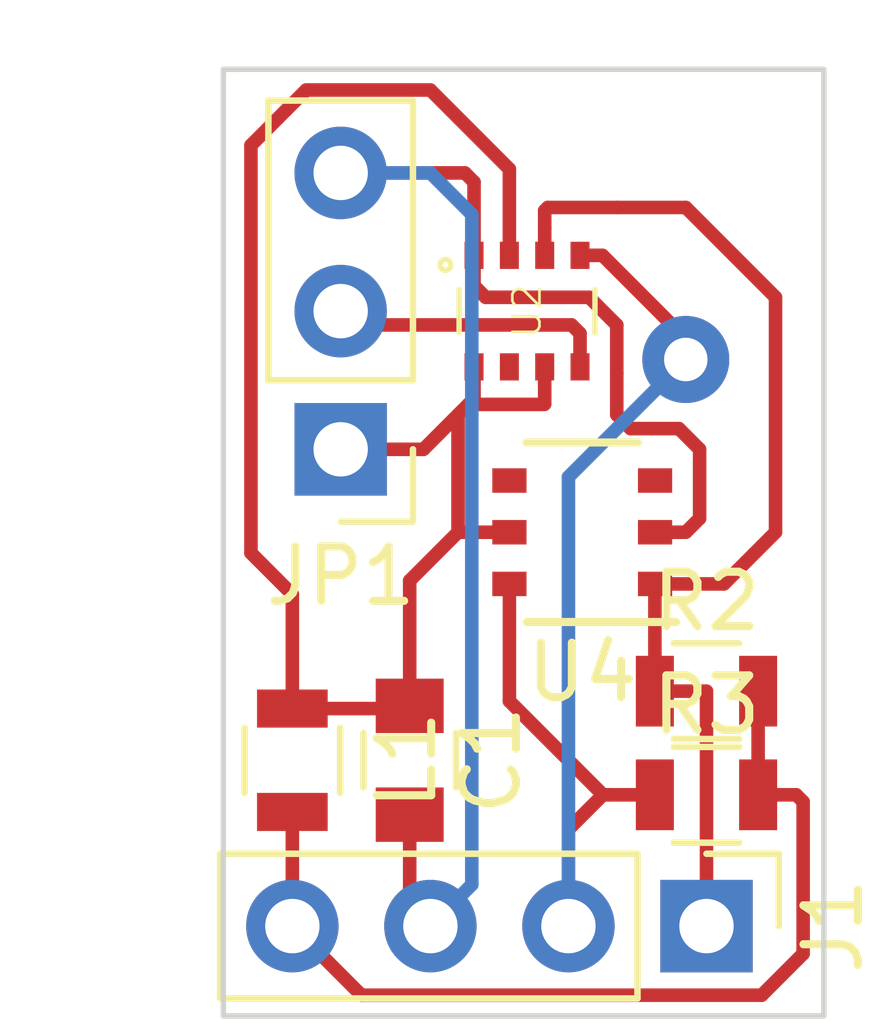
<source format=kicad_pcb>
(kicad_pcb (version 4) (host pcbnew 4.0.6-e0-6349~53~ubuntu16.04.1)

  (general
    (links 21)
    (no_connects 1)
    (area 143.467142 57.224 160.046 76.497001)
    (thickness 1.6)
    (drawings 5)
    (tracks 84)
    (zones 0)
    (modules 8)
    (nets 7)
  )

  (page A4)
  (layers
    (0 F.Cu signal)
    (31 B.Cu signal)
    (32 B.Adhes user)
    (33 F.Adhes user)
    (34 B.Paste user)
    (35 F.Paste user)
    (36 B.SilkS user)
    (37 F.SilkS user)
    (38 B.Mask user)
    (39 F.Mask user)
    (40 Dwgs.User user)
    (41 Cmts.User user)
    (42 Eco1.User user)
    (43 Eco2.User user)
    (44 Edge.Cuts user)
    (45 Margin user)
    (46 B.CrtYd user)
    (47 F.CrtYd user)
    (48 B.Fab user)
    (49 F.Fab user)
  )

  (setup
    (last_trace_width 0.25)
    (trace_clearance 0.25)
    (zone_clearance 0.508)
    (zone_45_only no)
    (trace_min 0.2)
    (segment_width 0.2)
    (edge_width 0.1)
    (via_size 1.6)
    (via_drill 0.8)
    (via_min_size 0.4)
    (via_min_drill 0.3)
    (uvia_size 0.3)
    (uvia_drill 0.1)
    (uvias_allowed no)
    (uvia_min_size 0.2)
    (uvia_min_drill 0.1)
    (pcb_text_width 0.3)
    (pcb_text_size 1.5 1.5)
    (mod_edge_width 0.15)
    (mod_text_size 1 1)
    (mod_text_width 0.15)
    (pad_size 1.5 1.5)
    (pad_drill 0.6)
    (pad_to_mask_clearance 0)
    (aux_axis_origin 0 0)
    (visible_elements FFFCFF7F)
    (pcbplotparams
      (layerselection 0x01000_00000001)
      (usegerberextensions false)
      (excludeedgelayer true)
      (linewidth 0.100000)
      (plotframeref false)
      (viasonmask false)
      (mode 1)
      (useauxorigin false)
      (hpglpennumber 1)
      (hpglpenspeed 20)
      (hpglpendiameter 15)
      (hpglpenoverlay 2)
      (psnegative false)
      (psa4output false)
      (plotreference true)
      (plotvalue true)
      (plotinvisibletext false)
      (padsonsilk false)
      (subtractmaskfromsilk false)
      (outputformat 1)
      (mirror false)
      (drillshape 0)
      (scaleselection 1)
      (outputdirectory gerber/))
  )

  (net 0 "")
  (net 1 +3V3)
  (net 2 GND)
  (net 3 SDA)
  (net 4 SCL)
  (net 5 +3.3VP)
  (net 6 "Net-(JP1-Pad2)")

  (net_class Default "This is the default net class."
    (clearance 0.25)
    (trace_width 0.25)
    (via_dia 1.6)
    (via_drill 0.8)
    (uvia_dia 0.3)
    (uvia_drill 0.1)
    (add_net +3.3VP)
    (add_net +3V3)
    (add_net GND)
    (add_net "Net-(JP1-Pad2)")
    (add_net SCL)
    (add_net SDA)
  )

  (module Housings_DFN_QFN:DFN-6-1EP_3x3mm_Pitch0.95mm (layer F.Cu) (tedit 596E580B) (tstamp 596E504F)
    (at 154.305 67.183 180)
    (descr "DFN6 3*3 MM, 0.95 PITCH; CASE 506AH-01 (see ON Semiconductor 506AH.PDF)")
    (tags "DFN 0.95")
    (path /596E0897)
    (attr smd)
    (fp_text reference U4 (at 0 -2.575 180) (layer F.SilkS)
      (effects (font (size 1 1) (thickness 0.15)))
    )
    (fp_text value SHT21 (at 0 2.575 180) (layer F.Fab)
      (effects (font (size 1 1) (thickness 0.15)))
    )
    (fp_line (start -0.5 -1.5) (end 1.5 -1.5) (layer F.Fab) (width 0.15))
    (fp_line (start 1.5 -1.5) (end 1.5 1.5) (layer F.Fab) (width 0.15))
    (fp_line (start 1.5 1.5) (end -1.5 1.5) (layer F.Fab) (width 0.15))
    (fp_line (start -1.5 1.5) (end -1.5 -0.5) (layer F.Fab) (width 0.15))
    (fp_line (start -1.5 -0.5) (end -0.5 -1.5) (layer F.Fab) (width 0.15))
    (fp_line (start -1.9 -1.85) (end -1.9 1.85) (layer F.CrtYd) (width 0.05))
    (fp_line (start 1.9 -1.85) (end 1.9 1.85) (layer F.CrtYd) (width 0.05))
    (fp_line (start -1.9 -1.85) (end 1.9 -1.85) (layer F.CrtYd) (width 0.05))
    (fp_line (start -1.9 1.85) (end 1.9 1.85) (layer F.CrtYd) (width 0.05))
    (fp_line (start -1.025 1.65) (end 1.025 1.65) (layer F.SilkS) (width 0.15))
    (fp_line (start -1.73 -1.65) (end 1.025 -1.65) (layer F.SilkS) (width 0.15))
    (pad 1 smd rect (at -1.34 -0.95 180) (size 0.63 0.45) (layers F.Cu F.Paste F.Mask)
      (net 3 SDA))
    (pad 2 smd rect (at -1.34 0 180) (size 0.63 0.45) (layers F.Cu F.Paste F.Mask)
      (net 2 GND))
    (pad 3 smd rect (at -1.34 0.95 180) (size 0.63 0.45) (layers F.Cu F.Paste F.Mask))
    (pad 4 smd rect (at 1.34 0.95 180) (size 0.63 0.45) (layers F.Cu F.Paste F.Mask))
    (pad 5 smd rect (at 1.34 0 180) (size 0.63 0.45) (layers F.Cu F.Paste F.Mask)
      (net 1 +3V3))
    (pad 6 smd rect (at 1.34 -0.95 180) (size 0.63 0.45) (layers F.Cu F.Paste F.Mask)
      (net 4 SCL))
    (model Housings_DFN_QFN.3dshapes/DFN-6-1EP_3x3mm_Pitch0.95mm.wrl
      (at (xyz 0 0 0))
      (scale (xyz 1 1 1))
      (rotate (xyz 0 0 0))
    )
  )

  (module Capacitors_SMD:C_0805 (layer F.Cu) (tedit 58AA8463) (tstamp 596E5014)
    (at 151.13 71.374 270)
    (descr "Capacitor SMD 0805, reflow soldering, AVX (see smccp.pdf)")
    (tags "capacitor 0805")
    (path /596E4EA2)
    (attr smd)
    (fp_text reference C1 (at 0 -1.5 270) (layer F.SilkS)
      (effects (font (size 1 1) (thickness 0.15)))
    )
    (fp_text value C (at 0 1.75 270) (layer F.Fab)
      (effects (font (size 1 1) (thickness 0.15)))
    )
    (fp_text user %R (at 0 -1.5 270) (layer F.Fab)
      (effects (font (size 1 1) (thickness 0.15)))
    )
    (fp_line (start -1 0.62) (end -1 -0.62) (layer F.Fab) (width 0.1))
    (fp_line (start 1 0.62) (end -1 0.62) (layer F.Fab) (width 0.1))
    (fp_line (start 1 -0.62) (end 1 0.62) (layer F.Fab) (width 0.1))
    (fp_line (start -1 -0.62) (end 1 -0.62) (layer F.Fab) (width 0.1))
    (fp_line (start 0.5 -0.85) (end -0.5 -0.85) (layer F.SilkS) (width 0.12))
    (fp_line (start -0.5 0.85) (end 0.5 0.85) (layer F.SilkS) (width 0.12))
    (fp_line (start -1.75 -0.88) (end 1.75 -0.88) (layer F.CrtYd) (width 0.05))
    (fp_line (start -1.75 -0.88) (end -1.75 0.87) (layer F.CrtYd) (width 0.05))
    (fp_line (start 1.75 0.87) (end 1.75 -0.88) (layer F.CrtYd) (width 0.05))
    (fp_line (start 1.75 0.87) (end -1.75 0.87) (layer F.CrtYd) (width 0.05))
    (pad 1 smd rect (at -1 0 270) (size 1 1.25) (layers F.Cu F.Paste F.Mask)
      (net 1 +3V3))
    (pad 2 smd rect (at 1 0 270) (size 1 1.25) (layers F.Cu F.Paste F.Mask)
      (net 2 GND))
    (model Capacitors_SMD.3dshapes/C_0805.wrl
      (at (xyz 0 0 0))
      (scale (xyz 1 1 1))
      (rotate (xyz 0 0 0))
    )
  )

  (module Pin_Headers:Pin_Header_Straight_1x04_Pitch2.54mm (layer F.Cu) (tedit 59650532) (tstamp 596E501C)
    (at 156.591 74.422 270)
    (descr "Through hole straight pin header, 1x04, 2.54mm pitch, single row")
    (tags "Through hole pin header THT 1x04 2.54mm single row")
    (path /596DFEA8)
    (fp_text reference J1 (at 0 -2.33 270) (layer F.SilkS)
      (effects (font (size 1 1) (thickness 0.15)))
    )
    (fp_text value i2c (at 0 9.95 270) (layer F.Fab)
      (effects (font (size 1 1) (thickness 0.15)))
    )
    (fp_line (start -0.635 -1.27) (end 1.27 -1.27) (layer F.Fab) (width 0.1))
    (fp_line (start 1.27 -1.27) (end 1.27 8.89) (layer F.Fab) (width 0.1))
    (fp_line (start 1.27 8.89) (end -1.27 8.89) (layer F.Fab) (width 0.1))
    (fp_line (start -1.27 8.89) (end -1.27 -0.635) (layer F.Fab) (width 0.1))
    (fp_line (start -1.27 -0.635) (end -0.635 -1.27) (layer F.Fab) (width 0.1))
    (fp_line (start -1.33 8.95) (end 1.33 8.95) (layer F.SilkS) (width 0.12))
    (fp_line (start -1.33 1.27) (end -1.33 8.95) (layer F.SilkS) (width 0.12))
    (fp_line (start 1.33 1.27) (end 1.33 8.95) (layer F.SilkS) (width 0.12))
    (fp_line (start -1.33 1.27) (end 1.33 1.27) (layer F.SilkS) (width 0.12))
    (fp_line (start -1.33 0) (end -1.33 -1.33) (layer F.SilkS) (width 0.12))
    (fp_line (start -1.33 -1.33) (end 0 -1.33) (layer F.SilkS) (width 0.12))
    (fp_line (start -1.8 -1.8) (end -1.8 9.4) (layer F.CrtYd) (width 0.05))
    (fp_line (start -1.8 9.4) (end 1.8 9.4) (layer F.CrtYd) (width 0.05))
    (fp_line (start 1.8 9.4) (end 1.8 -1.8) (layer F.CrtYd) (width 0.05))
    (fp_line (start 1.8 -1.8) (end -1.8 -1.8) (layer F.CrtYd) (width 0.05))
    (fp_text user %R (at 0 3.81 360) (layer F.Fab)
      (effects (font (size 1 1) (thickness 0.15)))
    )
    (pad 1 thru_hole rect (at 0 0 270) (size 1.7 1.7) (drill 1) (layers *.Cu *.Mask)
      (net 3 SDA))
    (pad 2 thru_hole oval (at 0 2.54 270) (size 1.7 1.7) (drill 1) (layers *.Cu *.Mask)
      (net 4 SCL))
    (pad 3 thru_hole oval (at 0 5.08 270) (size 1.7 1.7) (drill 1) (layers *.Cu *.Mask)
      (net 2 GND))
    (pad 4 thru_hole oval (at 0 7.62 270) (size 1.7 1.7) (drill 1) (layers *.Cu *.Mask)
      (net 5 +3.3VP))
    (model ${KISYS3DMOD}/Pin_Headers.3dshapes/Pin_Header_Straight_1x04_Pitch2.54mm.wrl
      (at (xyz 0 0 0))
      (scale (xyz 1 1 1))
      (rotate (xyz 0 0 0))
    )
  )

  (module Pin_Headers:Pin_Header_Straight_1x03_Pitch2.54mm (layer F.Cu) (tedit 59650532) (tstamp 596E5023)
    (at 149.86 65.659 180)
    (descr "Through hole straight pin header, 1x03, 2.54mm pitch, single row")
    (tags "Through hole pin header THT 1x03 2.54mm single row")
    (path /596E1486)
    (fp_text reference JP1 (at 0 -2.33 180) (layer F.SilkS)
      (effects (font (size 1 1) (thickness 0.15)))
    )
    (fp_text value Jumper_NC_Dual (at 0 7.41 180) (layer F.Fab)
      (effects (font (size 1 1) (thickness 0.15)))
    )
    (fp_line (start -0.635 -1.27) (end 1.27 -1.27) (layer F.Fab) (width 0.1))
    (fp_line (start 1.27 -1.27) (end 1.27 6.35) (layer F.Fab) (width 0.1))
    (fp_line (start 1.27 6.35) (end -1.27 6.35) (layer F.Fab) (width 0.1))
    (fp_line (start -1.27 6.35) (end -1.27 -0.635) (layer F.Fab) (width 0.1))
    (fp_line (start -1.27 -0.635) (end -0.635 -1.27) (layer F.Fab) (width 0.1))
    (fp_line (start -1.33 6.41) (end 1.33 6.41) (layer F.SilkS) (width 0.12))
    (fp_line (start -1.33 1.27) (end -1.33 6.41) (layer F.SilkS) (width 0.12))
    (fp_line (start 1.33 1.27) (end 1.33 6.41) (layer F.SilkS) (width 0.12))
    (fp_line (start -1.33 1.27) (end 1.33 1.27) (layer F.SilkS) (width 0.12))
    (fp_line (start -1.33 0) (end -1.33 -1.33) (layer F.SilkS) (width 0.12))
    (fp_line (start -1.33 -1.33) (end 0 -1.33) (layer F.SilkS) (width 0.12))
    (fp_line (start -1.8 -1.8) (end -1.8 6.85) (layer F.CrtYd) (width 0.05))
    (fp_line (start -1.8 6.85) (end 1.8 6.85) (layer F.CrtYd) (width 0.05))
    (fp_line (start 1.8 6.85) (end 1.8 -1.8) (layer F.CrtYd) (width 0.05))
    (fp_line (start 1.8 -1.8) (end -1.8 -1.8) (layer F.CrtYd) (width 0.05))
    (fp_text user %R (at 0 2.54 270) (layer F.Fab)
      (effects (font (size 1 1) (thickness 0.15)))
    )
    (pad 1 thru_hole rect (at 0 0 180) (size 1.7 1.7) (drill 1) (layers *.Cu *.Mask)
      (net 1 +3V3))
    (pad 2 thru_hole oval (at 0 2.54 180) (size 1.7 1.7) (drill 1) (layers *.Cu *.Mask)
      (net 6 "Net-(JP1-Pad2)"))
    (pad 3 thru_hole oval (at 0 5.08 180) (size 1.7 1.7) (drill 1) (layers *.Cu *.Mask)
      (net 2 GND))
    (model ${KISYS3DMOD}/Pin_Headers.3dshapes/Pin_Header_Straight_1x03_Pitch2.54mm.wrl
      (at (xyz 0 0 0))
      (scale (xyz 1 1 1))
      (rotate (xyz 0 0 0))
    )
  )

  (module Inductors_SMD:L_0805 (layer F.Cu) (tedit 58307B54) (tstamp 596E5029)
    (at 148.971 71.374 270)
    (descr "Resistor SMD 0805, reflow soldering, Vishay (see dcrcw.pdf)")
    (tags "resistor 0805")
    (path /596E4C46)
    (attr smd)
    (fp_text reference L1 (at 0 -2.1 270) (layer F.SilkS)
      (effects (font (size 1 1) (thickness 0.15)))
    )
    (fp_text value L (at 0 2.1 270) (layer F.Fab)
      (effects (font (size 1 1) (thickness 0.15)))
    )
    (fp_line (start -1 0.62) (end -1 -0.62) (layer F.Fab) (width 0.1))
    (fp_line (start 1 0.62) (end -1 0.62) (layer F.Fab) (width 0.1))
    (fp_line (start 1 -0.62) (end 1 0.62) (layer F.Fab) (width 0.1))
    (fp_line (start -1 -0.62) (end 1 -0.62) (layer F.Fab) (width 0.1))
    (fp_line (start -1.6 -1) (end 1.6 -1) (layer F.CrtYd) (width 0.05))
    (fp_line (start -1.6 1) (end 1.6 1) (layer F.CrtYd) (width 0.05))
    (fp_line (start -1.6 -1) (end -1.6 1) (layer F.CrtYd) (width 0.05))
    (fp_line (start 1.6 -1) (end 1.6 1) (layer F.CrtYd) (width 0.05))
    (fp_line (start 0.6 0.88) (end -0.6 0.88) (layer F.SilkS) (width 0.12))
    (fp_line (start -0.6 -0.88) (end 0.6 -0.88) (layer F.SilkS) (width 0.12))
    (pad 1 smd rect (at -0.95 0 270) (size 0.7 1.3) (layers F.Cu F.Paste F.Mask)
      (net 1 +3V3))
    (pad 2 smd rect (at 0.95 0 270) (size 0.7 1.3) (layers F.Cu F.Paste F.Mask)
      (net 5 +3.3VP))
    (model Inductors_SMD.3dshapes\L_0805.wrl
      (at (xyz 0 0 0))
      (scale (xyz 1 1 1))
      (rotate (xyz 0 0 0))
    )
  )

  (module Resistors_SMD:R_0805 (layer F.Cu) (tedit 58E0A804) (tstamp 596E502F)
    (at 156.591 70.104)
    (descr "Resistor SMD 0805, reflow soldering, Vishay (see dcrcw.pdf)")
    (tags "resistor 0805")
    (path /596E002D)
    (attr smd)
    (fp_text reference R2 (at 0 -1.65) (layer F.SilkS)
      (effects (font (size 1 1) (thickness 0.15)))
    )
    (fp_text value R (at 0 1.75) (layer F.Fab)
      (effects (font (size 1 1) (thickness 0.15)))
    )
    (fp_text user %R (at 0 0) (layer F.Fab)
      (effects (font (size 0.5 0.5) (thickness 0.075)))
    )
    (fp_line (start -1 0.62) (end -1 -0.62) (layer F.Fab) (width 0.1))
    (fp_line (start 1 0.62) (end -1 0.62) (layer F.Fab) (width 0.1))
    (fp_line (start 1 -0.62) (end 1 0.62) (layer F.Fab) (width 0.1))
    (fp_line (start -1 -0.62) (end 1 -0.62) (layer F.Fab) (width 0.1))
    (fp_line (start 0.6 0.88) (end -0.6 0.88) (layer F.SilkS) (width 0.12))
    (fp_line (start -0.6 -0.88) (end 0.6 -0.88) (layer F.SilkS) (width 0.12))
    (fp_line (start -1.55 -0.9) (end 1.55 -0.9) (layer F.CrtYd) (width 0.05))
    (fp_line (start -1.55 -0.9) (end -1.55 0.9) (layer F.CrtYd) (width 0.05))
    (fp_line (start 1.55 0.9) (end 1.55 -0.9) (layer F.CrtYd) (width 0.05))
    (fp_line (start 1.55 0.9) (end -1.55 0.9) (layer F.CrtYd) (width 0.05))
    (pad 1 smd rect (at -0.95 0) (size 0.7 1.3) (layers F.Cu F.Paste F.Mask)
      (net 3 SDA))
    (pad 2 smd rect (at 0.95 0) (size 0.7 1.3) (layers F.Cu F.Paste F.Mask)
      (net 5 +3.3VP))
    (model ${KISYS3DMOD}/Resistors_SMD.3dshapes/R_0805.wrl
      (at (xyz 0 0 0))
      (scale (xyz 1 1 1))
      (rotate (xyz 0 0 0))
    )
  )

  (module Resistors_SMD:R_0805 (layer F.Cu) (tedit 58E0A804) (tstamp 596E5035)
    (at 156.591 72.009)
    (descr "Resistor SMD 0805, reflow soldering, Vishay (see dcrcw.pdf)")
    (tags "resistor 0805")
    (path /596E008C)
    (attr smd)
    (fp_text reference R3 (at 0 -1.65) (layer F.SilkS)
      (effects (font (size 1 1) (thickness 0.15)))
    )
    (fp_text value R (at 0 1.75) (layer F.Fab)
      (effects (font (size 1 1) (thickness 0.15)))
    )
    (fp_text user %R (at 0 0) (layer F.Fab)
      (effects (font (size 0.5 0.5) (thickness 0.075)))
    )
    (fp_line (start -1 0.62) (end -1 -0.62) (layer F.Fab) (width 0.1))
    (fp_line (start 1 0.62) (end -1 0.62) (layer F.Fab) (width 0.1))
    (fp_line (start 1 -0.62) (end 1 0.62) (layer F.Fab) (width 0.1))
    (fp_line (start -1 -0.62) (end 1 -0.62) (layer F.Fab) (width 0.1))
    (fp_line (start 0.6 0.88) (end -0.6 0.88) (layer F.SilkS) (width 0.12))
    (fp_line (start -0.6 -0.88) (end 0.6 -0.88) (layer F.SilkS) (width 0.12))
    (fp_line (start -1.55 -0.9) (end 1.55 -0.9) (layer F.CrtYd) (width 0.05))
    (fp_line (start -1.55 -0.9) (end -1.55 0.9) (layer F.CrtYd) (width 0.05))
    (fp_line (start 1.55 0.9) (end 1.55 -0.9) (layer F.CrtYd) (width 0.05))
    (fp_line (start 1.55 0.9) (end -1.55 0.9) (layer F.CrtYd) (width 0.05))
    (pad 1 smd rect (at -0.95 0) (size 0.7 1.3) (layers F.Cu F.Paste F.Mask)
      (net 4 SCL))
    (pad 2 smd rect (at 0.95 0) (size 0.7 1.3) (layers F.Cu F.Paste F.Mask)
      (net 5 +3.3VP))
    (model ${KISYS3DMOD}/Resistors_SMD.3dshapes/R_0805.wrl
      (at (xyz 0 0 0))
      (scale (xyz 1 1 1))
      (rotate (xyz 0 0 0))
    )
  )

  (module bosch:BME280 (layer F.Cu) (tedit 5860E766) (tstamp 596E5041)
    (at 153.289 63.119 90)
    (path /596E0098)
    (attr smd)
    (fp_text reference U2 (at 0 0 90) (layer F.SilkS)
      (effects (font (size 0.5 0.5) (thickness 0.05)))
    )
    (fp_text value BMXX80 (at 0 0 90) (layer F.Fab)
      (effects (font (size 0.5 0.5) (thickness 0.05)))
    )
    (fp_line (start -0.4 1.25) (end 0.4 1.25) (layer F.SilkS) (width 0.1))
    (fp_line (start -0.4 -1.25) (end 0.4 -1.25) (layer F.SilkS) (width 0.1))
    (fp_circle (center 0.85 -1.5) (end 0.85 -1.6) (layer F.SilkS) (width 0.1))
    (pad 1 smd rect (at 1.025 -0.975 90) (size 0.5 0.35) (layers F.Cu F.Paste F.Mask)
      (net 2 GND))
    (pad 2 smd rect (at 1.025 -0.325 90) (size 0.5 0.35) (layers F.Cu F.Paste F.Mask)
      (net 1 +3V3))
    (pad 3 smd rect (at 1.025 0.325 90) (size 0.5 0.35) (layers F.Cu F.Paste F.Mask)
      (net 3 SDA))
    (pad 4 smd rect (at 1.025 0.975 90) (size 0.5 0.35) (layers F.Cu F.Paste F.Mask)
      (net 4 SCL))
    (pad 5 smd rect (at -1.025 0.975 90) (size 0.5 0.35) (layers F.Cu F.Paste F.Mask)
      (net 6 "Net-(JP1-Pad2)"))
    (pad 6 smd rect (at -1.025 0.325 90) (size 0.5 0.35) (layers F.Cu F.Paste F.Mask)
      (net 1 +3V3))
    (pad 7 smd rect (at -1.025 -0.325 90) (size 0.5 0.35) (layers F.Cu F.Paste F.Mask)
      (net 2 GND))
    (pad 8 smd rect (at -1.025 -0.975 90) (size 0.5 0.35) (layers F.Cu F.Paste F.Mask)
      (net 1 +3V3))
    (model Housings_DFN_QFN.3dshapes/DFN-8-1EP_2x2mm_Pitch0.5mm.wrl
      (at (xyz 0 0 0))
      (scale (xyz 1.2 1.2 1.2))
      (rotate (xyz 0 0 0))
    )
  )

  (gr_line (start 147.701 58.674) (end 147.955 58.674) (angle 90) (layer Edge.Cuts) (width 0.1))
  (gr_line (start 147.701 76.073) (end 147.701 58.674) (angle 90) (layer Edge.Cuts) (width 0.1))
  (gr_line (start 158.75 58.674) (end 147.955 58.674) (angle 90) (layer Edge.Cuts) (width 0.1))
  (gr_line (start 158.75 76.073) (end 158.75 58.674) (angle 90) (layer Edge.Cuts) (width 0.1))
  (gr_line (start 147.701 76.073) (end 158.75 76.073) (angle 90) (layer Edge.Cuts) (width 0.1))

  (segment (start 152.964 62.094) (end 152.964 60.508) (width 0.25) (layer F.Cu) (net 1))
  (segment (start 148.971 68.326) (end 148.971 70.424) (width 0.25) (layer F.Cu) (net 1) (tstamp 596E576C))
  (segment (start 148.209 67.564) (end 148.971 68.326) (width 0.25) (layer F.Cu) (net 1) (tstamp 596E576A))
  (segment (start 148.209 60.071) (end 148.209 67.564) (width 0.25) (layer F.Cu) (net 1) (tstamp 596E5768))
  (segment (start 149.225 59.055) (end 148.209 60.071) (width 0.25) (layer F.Cu) (net 1) (tstamp 596E5766))
  (segment (start 151.511 59.055) (end 149.225 59.055) (width 0.25) (layer F.Cu) (net 1) (tstamp 596E5764))
  (segment (start 152.964 60.508) (end 151.511 59.055) (width 0.25) (layer F.Cu) (net 1) (tstamp 596E5763))
  (segment (start 152.2095 64.8335) (end 153.6065 64.8335) (width 0.25) (layer F.Cu) (net 1))
  (segment (start 153.614 64.826) (end 153.614 64.144) (width 0.25) (layer F.Cu) (net 1) (tstamp 596E5308))
  (segment (start 153.6065 64.8335) (end 153.614 64.826) (width 0.25) (layer F.Cu) (net 1) (tstamp 596E5307))
  (segment (start 152.019 67.183) (end 152.019 65.024) (width 0.25) (layer F.Cu) (net 1))
  (segment (start 151.13 70.374) (end 151.13 68.072) (width 0.25) (layer F.Cu) (net 1))
  (segment (start 152.019 67.183) (end 152.965 67.183) (width 0.25) (layer F.Cu) (net 1) (tstamp 596E526C))
  (segment (start 151.13 68.072) (end 152.019 67.183) (width 0.25) (layer F.Cu) (net 1) (tstamp 596E526B))
  (segment (start 149.86 65.659) (end 151.384 65.659) (width 0.25) (layer F.Cu) (net 1))
  (segment (start 151.384 65.659) (end 152.019 65.024) (width 0.25) (layer F.Cu) (net 1) (tstamp 596E5265))
  (segment (start 152.314 64.729) (end 152.314 64.144) (width 0.25) (layer F.Cu) (net 1) (tstamp 596E5266))
  (segment (start 152.019 65.024) (end 152.2095 64.8335) (width 0.25) (layer F.Cu) (net 1) (tstamp 596E5271))
  (segment (start 152.2095 64.8335) (end 152.314 64.729) (width 0.25) (layer F.Cu) (net 1) (tstamp 596E5305))
  (segment (start 148.971 70.424) (end 151.08 70.424) (width 0.25) (layer F.Cu) (net 1))
  (segment (start 151.08 70.424) (end 151.13 70.374) (width 0.25) (layer F.Cu) (net 1) (tstamp 596E5150))
  (segment (start 149.86 60.579) (end 151.511 60.579) (width 0.25) (layer B.Cu) (net 2))
  (segment (start 152.273 73.66) (end 151.511 74.422) (width 0.25) (layer B.Cu) (net 2) (tstamp 596E5787))
  (segment (start 152.273 61.341) (end 152.273 73.66) (width 0.25) (layer B.Cu) (net 2) (tstamp 596E5786))
  (segment (start 151.511 60.579) (end 152.273 61.341) (width 0.25) (layer B.Cu) (net 2) (tstamp 596E5785))
  (segment (start 154.94 64.262) (end 154.94 63.373) (width 0.25) (layer F.Cu) (net 2))
  (segment (start 154.94 63.373) (end 154.432 62.865) (width 0.25) (layer F.Cu) (net 2) (tstamp 596E56CE))
  (segment (start 149.86 60.579) (end 149.606 60.579) (width 0.25) (layer F.Cu) (net 2))
  (segment (start 155.575 65.278) (end 156.083 65.278) (width 0.25) (layer F.Cu) (net 2))
  (segment (start 156.464 66.929) (end 156.21 67.183) (width 0.25) (layer F.Cu) (net 2) (tstamp 596E52CF))
  (segment (start 156.464 65.659) (end 156.464 66.929) (width 0.25) (layer F.Cu) (net 2) (tstamp 596E52CE))
  (segment (start 156.083 65.278) (end 156.464 65.659) (width 0.25) (layer F.Cu) (net 2) (tstamp 596E52CD))
  (segment (start 154.94 64.262) (end 154.94 65.024) (width 0.25) (layer F.Cu) (net 2) (tstamp 596E56CC))
  (segment (start 155.194 65.278) (end 155.575 65.278) (width 0.25) (layer F.Cu) (net 2) (tstamp 596E52C2))
  (segment (start 154.94 65.024) (end 155.194 65.278) (width 0.25) (layer F.Cu) (net 2) (tstamp 596E52C1))
  (segment (start 152.314 62.652) (end 152.527 62.865) (width 0.25) (layer F.Cu) (net 2) (tstamp 596E529A))
  (segment (start 152.314 62.094) (end 152.314 62.652) (width 0.25) (layer F.Cu) (net 2))
  (segment (start 152.527 62.865) (end 154.432 62.865) (width 0.25) (layer F.Cu) (net 2) (tstamp 596E529B))
  (segment (start 156.21 67.183) (end 155.645 67.183) (width 0.25) (layer F.Cu) (net 2) (tstamp 596E52D3))
  (segment (start 151.13 72.374) (end 151.13 72.009) (width 0.25) (layer F.Cu) (net 2))
  (segment (start 149.86 60.579) (end 152.146 60.579) (width 0.25) (layer F.Cu) (net 2))
  (segment (start 152.314 60.747) (end 152.314 62.094) (width 0.25) (layer F.Cu) (net 2) (tstamp 596E5262))
  (segment (start 152.146 60.579) (end 152.314 60.747) (width 0.25) (layer F.Cu) (net 2) (tstamp 596E5261))
  (segment (start 151.511 74.422) (end 151.511 74.168) (width 0.25) (layer F.Cu) (net 2))
  (segment (start 151.511 74.168) (end 151.13 73.787) (width 0.25) (layer F.Cu) (net 2) (tstamp 596E50E7))
  (segment (start 151.13 73.787) (end 151.13 72.374) (width 0.25) (layer F.Cu) (net 2) (tstamp 596E50E8))
  (segment (start 154.94 61.214) (end 156.21 61.214) (width 0.25) (layer F.Cu) (net 3))
  (segment (start 157.861 67.183) (end 156.911 68.133) (width 0.25) (layer F.Cu) (net 3) (tstamp 596E58F2))
  (segment (start 157.861 62.865) (end 157.861 67.183) (width 0.25) (layer F.Cu) (net 3) (tstamp 596E58F0))
  (segment (start 156.21 61.214) (end 157.861 62.865) (width 0.25) (layer F.Cu) (net 3) (tstamp 596E58EE))
  (segment (start 153.614 61.595) (end 153.614 61.27) (width 0.25) (layer F.Cu) (net 3))
  (segment (start 153.614 61.27) (end 153.67 61.214) (width 0.25) (layer F.Cu) (net 3) (tstamp 596E5624))
  (segment (start 153.614 62.094) (end 153.614 61.595) (width 0.25) (layer F.Cu) (net 3))
  (segment (start 156.911 68.133) (end 155.645 68.133) (width 0.25) (layer F.Cu) (net 3) (tstamp 596E5322))
  (segment (start 153.67 61.214) (end 154.94 61.214) (width 0.25) (layer F.Cu) (net 3) (tstamp 596E531C))
  (segment (start 155.641 70.104) (end 155.641 68.137) (width 0.25) (layer F.Cu) (net 3))
  (segment (start 155.641 68.137) (end 155.645 68.133) (width 0.25) (layer F.Cu) (net 3) (tstamp 596E5274))
  (segment (start 155.641 70.104) (end 156.591 70.104) (width 0.25) (layer F.Cu) (net 3))
  (segment (start 156.591 74.422) (end 156.591 70.104) (width 0.25) (layer F.Cu) (net 3))
  (segment (start 154.264 62.094) (end 154.677 62.094) (width 0.25) (layer F.Cu) (net 4))
  (segment (start 154.051 66.167) (end 154.051 74.422) (width 0.25) (layer B.Cu) (net 4) (tstamp 596E56D7))
  (segment (start 156.21 64.008) (end 154.051 66.167) (width 0.25) (layer B.Cu) (net 4) (tstamp 596E56D6))
  (via (at 156.21 64.008) (size 1.6) (drill 0.8) (layers F.Cu B.Cu) (net 4))
  (segment (start 156.21 63.627) (end 156.21 64.008) (width 0.25) (layer F.Cu) (net 4) (tstamp 596E56D4))
  (segment (start 154.677 62.094) (end 156.21 63.627) (width 0.25) (layer F.Cu) (net 4) (tstamp 596E56D3))
  (segment (start 152.965 68.133) (end 152.965 70.288) (width 0.25) (layer F.Cu) (net 4))
  (segment (start 152.965 70.288) (end 154.686 72.009) (width 0.25) (layer F.Cu) (net 4) (tstamp 596E5277))
  (segment (start 155.641 72.009) (end 154.813 72.009) (width 0.25) (layer F.Cu) (net 4))
  (segment (start 154.813 72.009) (end 154.686 72.009) (width 0.25) (layer F.Cu) (net 4) (tstamp 596E515D))
  (segment (start 154.051 72.644) (end 154.051 74.422) (width 0.25) (layer F.Cu) (net 4) (tstamp 596E50DE))
  (segment (start 154.686 72.009) (end 154.051 72.644) (width 0.25) (layer F.Cu) (net 4) (tstamp 596E50DD))
  (segment (start 148.971 74.422) (end 148.971 72.324) (width 0.25) (layer F.Cu) (net 5))
  (segment (start 157.541 72.009) (end 158.242 72.009) (width 0.25) (layer F.Cu) (net 5))
  (segment (start 150.241 75.692) (end 148.971 74.422) (width 0.25) (layer F.Cu) (net 5) (tstamp 596E50D9))
  (segment (start 157.607 75.692) (end 150.241 75.692) (width 0.25) (layer F.Cu) (net 5) (tstamp 596E50D8))
  (segment (start 158.369 74.93) (end 157.607 75.692) (width 0.25) (layer F.Cu) (net 5) (tstamp 596E50D7))
  (segment (start 158.369 72.136) (end 158.369 74.93) (width 0.25) (layer F.Cu) (net 5) (tstamp 596E50D6))
  (segment (start 158.242 72.009) (end 158.369 72.136) (width 0.25) (layer F.Cu) (net 5) (tstamp 596E50D5))
  (segment (start 157.541 70.104) (end 157.541 72.009) (width 0.25) (layer F.Cu) (net 5))
  (segment (start 154.264 64.144) (end 154.264 63.528002) (width 0.25) (layer F.Cu) (net 6))
  (segment (start 154.108998 63.373) (end 150.114 63.373) (width 0.25) (layer F.Cu) (net 6) (tstamp 596E52AC))
  (segment (start 154.264 63.528002) (end 154.108998 63.373) (width 0.25) (layer F.Cu) (net 6) (tstamp 596E52AA))
  (segment (start 150.114 63.373) (end 149.86 63.119) (width 0.25) (layer F.Cu) (net 6) (tstamp 596E52AE))
  (segment (start 150.241 63.5) (end 149.86 63.119) (width 0.25) (layer F.Cu) (net 6) (tstamp 596E5295))

)

</source>
